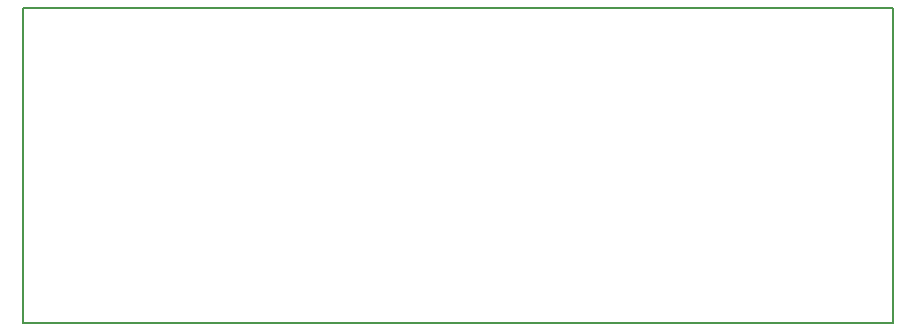
<source format=gbr>
%FSLAX46Y46*%
G04 Gerber Fmt 4.6, Leading zero omitted, Abs format (unit mm)*
G04 Created by KiCad (PCBNEW (2014-08-05 BZR 5054)-product) date Thu 20 Aug 2015 06:52:16 PM PDT*
%MOMM*%
G01*
G04 APERTURE LIST*
%ADD10C,0.100000*%
%ADD11C,0.150000*%
G04 APERTURE END LIST*
D10*
D11*
X114300000Y-95250000D02*
X187960000Y-95250000D01*
X114300000Y-68580000D02*
X114300000Y-95250000D01*
X187960000Y-68580000D02*
X114300000Y-68580000D01*
X187960000Y-95250000D02*
X187960000Y-68580000D01*
M02*

</source>
